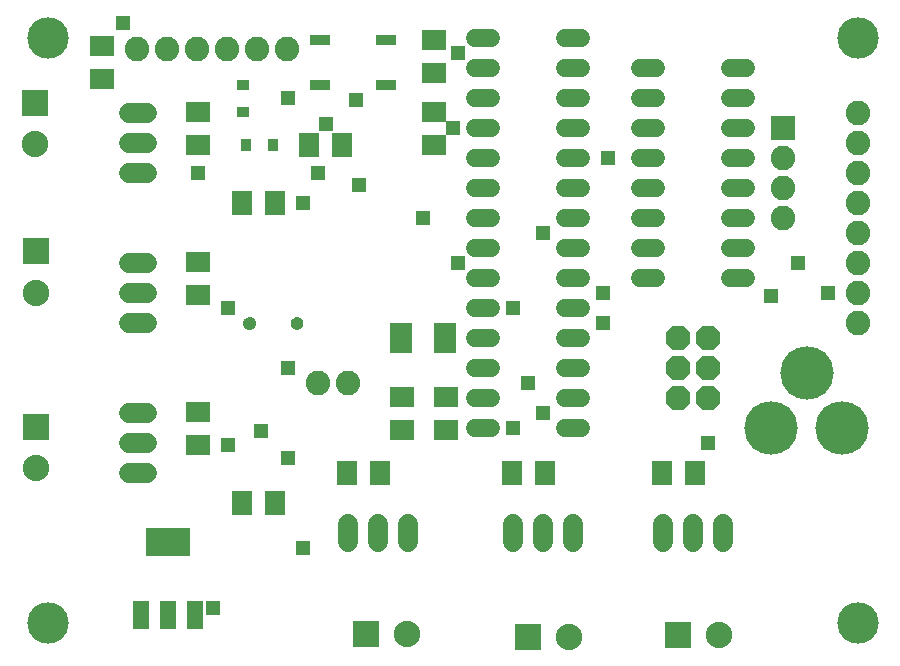
<source format=gts>
G75*
%MOIN*%
%OFA0B0*%
%FSLAX25Y25*%
%IPPOS*%
%LPD*%
%AMOC8*
5,1,8,0,0,1.08239X$1,22.5*
%
%ADD10C,0.08200*%
%ADD11R,0.07887X0.07099*%
%ADD12R,0.07099X0.07887*%
%ADD13R,0.04068X0.03280*%
%ADD14R,0.03280X0.04068*%
%ADD15R,0.08800X0.08800*%
%ADD16C,0.08800*%
%ADD17C,0.17800*%
%ADD18R,0.08200X0.08200*%
%ADD19C,0.06000*%
%ADD20C,0.06800*%
%ADD21C,0.00500*%
%ADD22R,0.06800X0.03800*%
%ADD23OC8,0.08200*%
%ADD24R,0.05600X0.09600*%
%ADD25R,0.14973X0.09461*%
%ADD26R,0.07493X0.10249*%
%ADD27C,0.13800*%
%ADD28R,0.05156X0.05156*%
D10*
X0110073Y0100073D03*
X0120073Y0100073D03*
X0265073Y0155073D03*
X0265073Y0165073D03*
X0265073Y0175073D03*
X0290073Y0170073D03*
X0290073Y0160073D03*
X0290073Y0150073D03*
X0290073Y0140073D03*
X0290073Y0130073D03*
X0290073Y0120073D03*
X0290073Y0180073D03*
X0290073Y0190073D03*
X0099573Y0211573D03*
X0089573Y0211573D03*
X0079573Y0211573D03*
X0069573Y0211573D03*
X0059573Y0211573D03*
X0049573Y0211573D03*
D11*
X0038073Y0212585D03*
X0038073Y0201561D03*
X0070073Y0190585D03*
X0070073Y0179561D03*
X0070073Y0140585D03*
X0070073Y0129561D03*
X0070073Y0090585D03*
X0070073Y0079561D03*
X0138073Y0084561D03*
X0152573Y0084561D03*
X0152573Y0095585D03*
X0138073Y0095585D03*
X0148573Y0179561D03*
X0148573Y0190585D03*
X0148573Y0203561D03*
X0148573Y0214585D03*
D12*
X0118085Y0179573D03*
X0107061Y0179573D03*
X0095585Y0160073D03*
X0084561Y0160073D03*
X0119561Y0070073D03*
X0130585Y0070073D03*
X0095585Y0060073D03*
X0084561Y0060073D03*
X0174561Y0070073D03*
X0185585Y0070073D03*
X0224561Y0070073D03*
X0235585Y0070073D03*
D13*
X0085073Y0190546D03*
X0085073Y0199601D03*
D14*
X0086046Y0179573D03*
X0095101Y0179573D03*
D15*
X0016073Y0144073D03*
X0015573Y0193573D03*
X0016073Y0085573D03*
X0126073Y0016573D03*
X0180073Y0015573D03*
X0230073Y0016073D03*
D16*
X0243853Y0016073D03*
X0193853Y0015573D03*
X0139853Y0016573D03*
X0016073Y0071794D03*
X0016073Y0130294D03*
X0015573Y0179794D03*
D17*
X0261136Y0085073D03*
X0284758Y0085073D03*
X0272947Y0103577D03*
D18*
X0265073Y0185073D03*
D19*
X0252673Y0185073D02*
X0247473Y0185073D01*
X0247473Y0195073D02*
X0252673Y0195073D01*
X0252673Y0205073D02*
X0247473Y0205073D01*
X0222673Y0205073D02*
X0217473Y0205073D01*
X0217473Y0195073D02*
X0222673Y0195073D01*
X0222673Y0185073D02*
X0217473Y0185073D01*
X0217473Y0175073D02*
X0222673Y0175073D01*
X0222673Y0165073D02*
X0217473Y0165073D01*
X0217473Y0155073D02*
X0222673Y0155073D01*
X0222673Y0145073D02*
X0217473Y0145073D01*
X0217473Y0135073D02*
X0222673Y0135073D01*
X0247473Y0135073D02*
X0252673Y0135073D01*
X0252673Y0145073D02*
X0247473Y0145073D01*
X0247473Y0155073D02*
X0252673Y0155073D01*
X0252673Y0165073D02*
X0247473Y0165073D01*
X0247473Y0175073D02*
X0252673Y0175073D01*
X0197673Y0175073D02*
X0192473Y0175073D01*
X0192473Y0165073D02*
X0197673Y0165073D01*
X0197673Y0155073D02*
X0192473Y0155073D01*
X0192473Y0145073D02*
X0197673Y0145073D01*
X0197673Y0135073D02*
X0192473Y0135073D01*
X0192473Y0125073D02*
X0197673Y0125073D01*
X0197673Y0115073D02*
X0192473Y0115073D01*
X0192473Y0105073D02*
X0197673Y0105073D01*
X0197673Y0095073D02*
X0192473Y0095073D01*
X0192473Y0085073D02*
X0197673Y0085073D01*
X0167673Y0085073D02*
X0162473Y0085073D01*
X0162473Y0095073D02*
X0167673Y0095073D01*
X0167673Y0105073D02*
X0162473Y0105073D01*
X0162473Y0115073D02*
X0167673Y0115073D01*
X0167673Y0125073D02*
X0162473Y0125073D01*
X0162473Y0135073D02*
X0167673Y0135073D01*
X0167673Y0145073D02*
X0162473Y0145073D01*
X0162473Y0155073D02*
X0167673Y0155073D01*
X0167673Y0165073D02*
X0162473Y0165073D01*
X0162473Y0175073D02*
X0167673Y0175073D01*
X0167673Y0185073D02*
X0162473Y0185073D01*
X0162473Y0195073D02*
X0167673Y0195073D01*
X0167673Y0205073D02*
X0162473Y0205073D01*
X0162473Y0215073D02*
X0167673Y0215073D01*
X0192473Y0215073D02*
X0197673Y0215073D01*
X0197673Y0205073D02*
X0192473Y0205073D01*
X0192473Y0195073D02*
X0197673Y0195073D01*
X0197673Y0185073D02*
X0192473Y0185073D01*
D20*
X0053073Y0180073D02*
X0047073Y0180073D01*
X0047073Y0170073D02*
X0053073Y0170073D01*
X0053073Y0190073D02*
X0047073Y0190073D01*
X0047073Y0140073D02*
X0053073Y0140073D01*
X0053073Y0130073D02*
X0047073Y0130073D01*
X0047073Y0120073D02*
X0053073Y0120073D01*
X0053073Y0090073D02*
X0047073Y0090073D01*
X0047073Y0080073D02*
X0053073Y0080073D01*
X0053073Y0070073D02*
X0047073Y0070073D01*
X0120073Y0053073D02*
X0120073Y0047073D01*
X0130073Y0047073D02*
X0130073Y0053073D01*
X0140073Y0053073D02*
X0140073Y0047073D01*
X0175073Y0047073D02*
X0175073Y0053073D01*
X0185073Y0053073D02*
X0185073Y0047073D01*
X0195073Y0047073D02*
X0195073Y0053073D01*
X0225073Y0053073D02*
X0225073Y0047073D01*
X0235073Y0047073D02*
X0235073Y0053073D01*
X0245073Y0053073D02*
X0245073Y0047073D01*
D21*
X0104536Y0119286D02*
X0104328Y0118961D01*
X0104052Y0118690D01*
X0103723Y0118488D01*
X0103357Y0118363D01*
X0102973Y0118323D01*
X0102592Y0118357D01*
X0102227Y0118475D01*
X0101898Y0118671D01*
X0101621Y0118936D01*
X0101410Y0119255D01*
X0101275Y0119614D01*
X0101223Y0119993D01*
X0101258Y0120394D01*
X0101382Y0120777D01*
X0101587Y0121122D01*
X0101864Y0121413D01*
X0102199Y0121636D01*
X0102575Y0121778D01*
X0102973Y0121833D01*
X0103366Y0121782D01*
X0103738Y0121645D01*
X0104070Y0121428D01*
X0104346Y0121143D01*
X0104551Y0120804D01*
X0104675Y0120428D01*
X0104713Y0120033D01*
X0104666Y0119650D01*
X0104536Y0119286D01*
X0104501Y0119232D02*
X0101425Y0119232D01*
X0101259Y0119731D02*
X0104676Y0119731D01*
X0104694Y0120229D02*
X0101244Y0120229D01*
X0101366Y0120728D02*
X0104576Y0120728D01*
X0104265Y0121226D02*
X0101686Y0121226D01*
X0102434Y0121725D02*
X0103521Y0121725D01*
X0104096Y0118734D02*
X0101833Y0118734D01*
X0088913Y0120033D02*
X0088866Y0119650D01*
X0088736Y0119286D01*
X0088528Y0118961D01*
X0088252Y0118690D01*
X0087923Y0118488D01*
X0087557Y0118363D01*
X0087173Y0118323D01*
X0086792Y0118357D01*
X0086427Y0118475D01*
X0086098Y0118671D01*
X0085821Y0118936D01*
X0085610Y0119255D01*
X0085475Y0119614D01*
X0085423Y0119993D01*
X0085458Y0120394D01*
X0085582Y0120777D01*
X0085787Y0121122D01*
X0086064Y0121413D01*
X0086399Y0121636D01*
X0086775Y0121778D01*
X0087173Y0121833D01*
X0087566Y0121782D01*
X0087938Y0121645D01*
X0088270Y0121428D01*
X0088546Y0121143D01*
X0088751Y0120804D01*
X0088875Y0120428D01*
X0088913Y0120033D01*
X0088894Y0120229D02*
X0085444Y0120229D01*
X0085459Y0119731D02*
X0088876Y0119731D01*
X0088701Y0119232D02*
X0085625Y0119232D01*
X0086033Y0118734D02*
X0088296Y0118734D01*
X0088776Y0120728D02*
X0085566Y0120728D01*
X0085886Y0121226D02*
X0088465Y0121226D01*
X0087721Y0121725D02*
X0086634Y0121725D01*
D22*
X0110573Y0199573D03*
X0110573Y0214573D03*
X0132573Y0214573D03*
X0132573Y0199573D03*
D23*
X0230073Y0115073D03*
X0230073Y0105073D03*
X0230073Y0095073D03*
X0240073Y0095073D03*
X0240073Y0105073D03*
X0240073Y0115073D03*
D24*
X0069173Y0022873D03*
X0060073Y0022873D03*
X0050973Y0022873D03*
D25*
X0060073Y0047274D03*
D26*
X0137790Y0115073D03*
X0152357Y0115073D03*
D27*
X0020073Y0020073D03*
X0290073Y0020073D03*
X0290073Y0215073D03*
X0020073Y0215073D03*
D28*
X0045073Y0220073D03*
X0100073Y0195073D03*
X0112573Y0186573D03*
X0122573Y0194573D03*
X0155073Y0185073D03*
X0156573Y0210073D03*
X0206573Y0175073D03*
X0185073Y0150073D03*
X0205073Y0130073D03*
X0205073Y0120073D03*
X0180073Y0100073D03*
X0185073Y0090073D03*
X0175073Y0085073D03*
X0175073Y0125073D03*
X0156573Y0140073D03*
X0145073Y0155073D03*
X0123573Y0166073D03*
X0110073Y0170073D03*
X0105073Y0160073D03*
X0070073Y0170073D03*
X0080073Y0125073D03*
X0100073Y0105073D03*
X0091073Y0084073D03*
X0080073Y0079573D03*
X0100073Y0075073D03*
X0105073Y0045073D03*
X0075073Y0025073D03*
X0240073Y0080073D03*
X0261073Y0129073D03*
X0270073Y0140073D03*
X0280073Y0130073D03*
M02*

</source>
